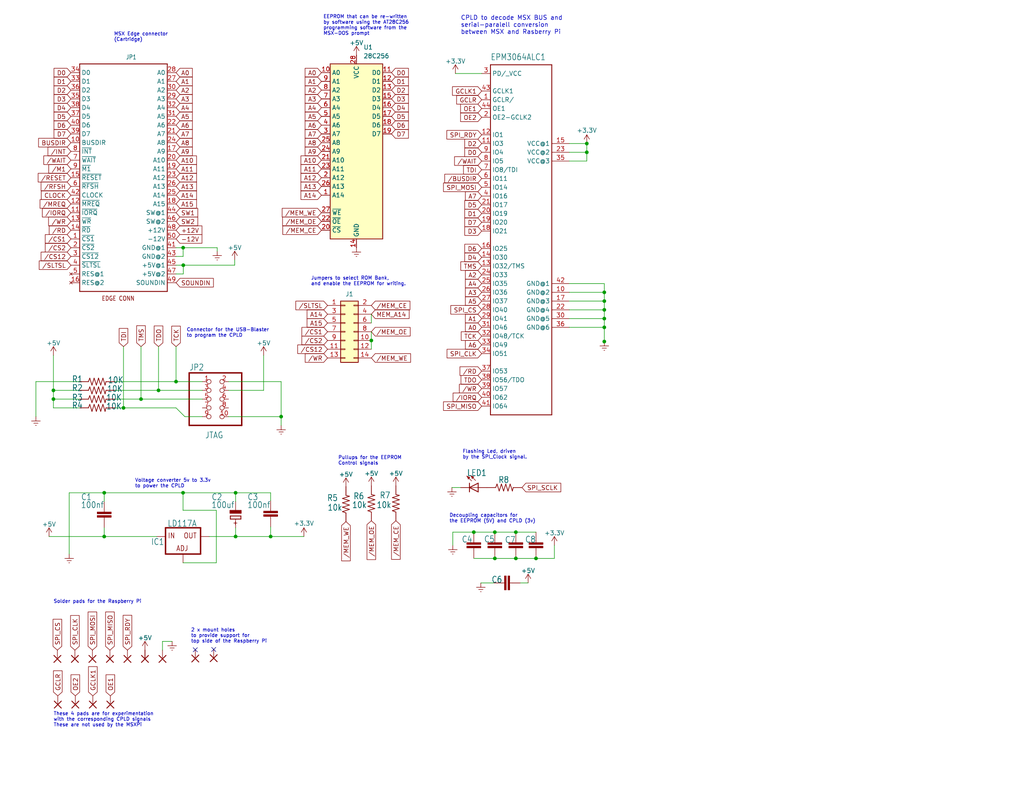
<source format=kicad_sch>
(kicad_sch (version 20211123) (generator eeschema)
  (paper "User" 297.002 231.038)
  (lib_symbols
    (symbol "Connector_Generic:Conn_02x07_Odd_Even" (pin_names (offset 1.016) hide)
      (property "Reference" "J" (at 1.27 10.16 0))
      (property "Value" "Conn_02x07_Odd_Even" (at 1.27 -10.16 0))
      (symbol "Conn_02x07_Odd_Even_1_1"
        (pin passive line (at -5.08 7.62 0) (length 3.81) (name "Pin_1") (number "1"))
        (pin passive line (at 7.62 -2.54 180) (length 3.81) (name "Pin_10") (number "10"))
        (pin passive line (at -5.08 -5.08 0) (length 3.81) (name "Pin_11") (number "11"))
        (pin passive line (at 7.62 -5.08 180) (length 3.81) (name "Pin_12") (number "12"))
        (pin passive line (at -5.08 -7.62 0) (length 3.81) (name "Pin_13") (number "13"))
        (pin passive line (at 7.62 -7.62 180) (length 3.81) (name "Pin_14") (number "14"))
        (pin passive line (at 7.62 7.62 180) (length 3.81) (name "Pin_2") (number "2"))
        (pin passive line (at -5.08 5.08 0) (length 3.81) (name "Pin_3") (number "3"))
        (pin passive line (at 7.62 5.08 180) (length 3.81) (name "Pin_4") (number "4"))
        (pin passive line (at -5.08 2.54 0) (length 3.81) (name "Pin_5") (number "5"))
        (pin passive line (at 7.62 2.54 180) (length 3.81) (name "Pin_6") (number "6"))
        (pin passive line (at -5.08 0 0) (length 3.81) (name "Pin_7") (number "7"))
        (pin passive line (at 7.62 0 180) (length 3.81) (name "Pin_8") (number "8"))
        (pin passive line (at -5.08 -2.54 0) (length 3.81) (name "Pin_9") (number "9"))
      )
    )
    (symbol "Memory_EEPROM:28C256"
      (property "Reference" "U" (at -7.62 26.67 0))
      (property "Value" "28C256" (at 2.54 -26.67 0))
      (symbol "28C256_1_1"
        (pin input line (at -10.16 -12.7 0) (length 2.54) (name "A14") (number "1"))
        (pin input line (at -10.16 22.86 0) (length 2.54) (name "A0") (number "10"))
        (pin tri_state line (at 10.16 22.86 180) (length 2.54) (name "D0") (number "11"))
        (pin tri_state line (at 10.16 20.32 180) (length 2.54) (name "D1") (number "12"))
        (pin tri_state line (at 10.16 17.78 180) (length 2.54) (name "D2") (number "13"))
        (pin power_in line (at 0 -27.94 90) (length 2.54) (name "GND") (number "14"))
        (pin tri_state line (at 10.16 15.24 180) (length 2.54) (name "D3") (number "15"))
        (pin tri_state line (at 10.16 12.7 180) (length 2.54) (name "D4") (number "16"))
        (pin tri_state line (at 10.16 10.16 180) (length 2.54) (name "D5") (number "17"))
        (pin tri_state line (at 10.16 7.62 180) (length 2.54) (name "D6") (number "18"))
        (pin tri_state line (at 10.16 5.08 180) (length 2.54) (name "D7") (number "19"))
        (pin input line (at -10.16 -7.62 0) (length 2.54) (name "A12") (number "2"))
        (pin input line (at -10.16 -22.86 0) (length 2.54) (name "~{CS}") (number "20"))
        (pin input line (at -10.16 -2.54 0) (length 2.54) (name "A10") (number "21"))
        (pin input line (at -10.16 -20.32 0) (length 2.54) (name "~{OE}") (number "22"))
        (pin input line (at -10.16 -5.08 0) (length 2.54) (name "A11") (number "23"))
        (pin input line (at -10.16 0 0) (length 2.54) (name "A9") (number "24"))
        (pin input line (at -10.16 2.54 0) (length 2.54) (name "A8") (number "25"))
        (pin input line (at -10.16 -10.16 0) (length 2.54) (name "A13") (number "26"))
        (pin input line (at -10.16 -17.78 0) (length 2.54) (name "~{WE}") (number "27"))
        (pin power_in line (at 0 27.94 270) (length 2.54) (name "VCC") (number "28"))
        (pin input line (at -10.16 5.08 0) (length 2.54) (name "A7") (number "3"))
        (pin input line (at -10.16 7.62 0) (length 2.54) (name "A6") (number "4"))
        (pin input line (at -10.16 10.16 0) (length 2.54) (name "A5") (number "5"))
        (pin input line (at -10.16 12.7 0) (length 2.54) (name "A4") (number "6"))
        (pin input line (at -10.16 15.24 0) (length 2.54) (name "A3") (number "7"))
        (pin input line (at -10.16 17.78 0) (length 2.54) (name "A2") (number "8"))
        (pin input line (at -10.16 20.32 0) (length 2.54) (name "A1") (number "9"))
      )
    )
    (symbol "msxpi-eagle-import:2,15{slash}1,0"
      (property "Reference" "PAD" (at -1.143 1.8542 0))
      (property "Value" "2,15{slash}1,0" (at -1.143 -3.302 0))
      (symbol "2,15{slash}1,0_1_0"
        (pin passive line (at 2.54 0 180) (length 2.54) (name "P") (number "1"))
      )
    )
    (symbol "msxpi-eagle-import:C2,5-3"
      (property "Reference" "C" (at 1.524 0.381 0))
      (property "Value" "C2,5-3" (at 1.524 -4.699 0))
      (symbol "C2,5-3_1_0"
        (pin passive line (at 0 2.54 270) (length 2.54) (name "1") (number "1"))
        (pin passive line (at 0 -5.08 90) (length 2.54) (name "2") (number "2"))
      )
    )
    (symbol "msxpi-eagle-import:CPOL-EUE2.5-5"
      (property "Reference" "C" (at 1.143 0.4826 0))
      (property "Value" "CPOL-EUE2.5-5" (at 1.143 -4.5974 0))
      (symbol "CPOL-EUE2.5-5_1_0"
        (text "+" (at -0.5842 0.4064 900) (effects (font (size 1.27 1.0795)) (justify left bottom)))
        (pin passive line (at 0 2.54 270) (length 2.54) (name "+") (number "+"))
        (pin passive line (at 0 -5.08 90) (length 2.54) (name "-") (number "-"))
      )
    )
    (symbol "msxpi-eagle-import:EPM3064S44"
      (property "Reference" "IC" (at -10.16 52.07 0))
      (property "Value" "EPM3064S44" (at -10.16 -53.34 0))
      (symbol "EPM3064S44_1_0"
        (pin input line (at -12.7 40.64 0) (length 2.54) (name "GCLR/") (number "1"))
        (pin bidirectional line (at 12.7 -15.24 180) (length 5.08) (name "GND@2") (number "10"))
        (pin bidirectional line (at -12.7 27.94 0) (length 2.54) (name "IO3") (number "11"))
        (pin bidirectional line (at -12.7 30.48 0) (length 2.54) (name "IO1") (number "12"))
        (pin bidirectional line (at -12.7 -7.62 0) (length 2.54) (name "IO32/TMS") (number "13"))
        (pin bidirectional line (at -12.7 -5.08 0) (length 2.54) (name "IO30") (number "14"))
        (pin bidirectional line (at 12.7 27.94 180) (length 5.08) (name "VCC@1") (number "15"))
        (pin bidirectional line (at -12.7 -2.54 0) (length 2.54) (name "IO25") (number "16"))
        (pin bidirectional line (at 12.7 -17.78 180) (length 5.08) (name "GND@3") (number "17"))
        (pin bidirectional line (at -12.7 2.54 0) (length 2.54) (name "IO21") (number "18"))
        (pin bidirectional line (at -12.7 5.08 0) (length 2.54) (name "IO20") (number "19"))
        (pin input line (at -12.7 35.56 0) (length 2.54) (name "OE2-GCLK2") (number "2"))
        (pin bidirectional line (at -12.7 7.62 0) (length 2.54) (name "IO19") (number "20"))
        (pin bidirectional line (at -12.7 10.16 0) (length 2.54) (name "IO17") (number "21"))
        (pin bidirectional line (at 12.7 -20.32 180) (length 5.08) (name "GND@4") (number "22"))
        (pin bidirectional line (at 12.7 25.4 180) (length 5.08) (name "VCC@2") (number "23"))
        (pin bidirectional line (at -12.7 -10.16 0) (length 2.54) (name "IO33") (number "24"))
        (pin bidirectional line (at -12.7 -12.7 0) (length 2.54) (name "IO35") (number "25"))
        (pin bidirectional line (at -12.7 -15.24 0) (length 2.54) (name "IO36") (number "26"))
        (pin bidirectional line (at -12.7 -17.78 0) (length 2.54) (name "IO37") (number "27"))
        (pin bidirectional line (at -12.7 -20.32 0) (length 2.54) (name "IO40") (number "28"))
        (pin bidirectional line (at -12.7 -22.86 0) (length 2.54) (name "IO41") (number "29"))
        (pin passive line (at -12.7 48.26 0) (length 2.54) (name "PD/_VCC") (number "3"))
        (pin bidirectional line (at 12.7 -22.86 180) (length 5.08) (name "GND@5") (number "30"))
        (pin bidirectional line (at -12.7 -25.4 0) (length 2.54) (name "IO46") (number "31"))
        (pin bidirectional line (at -12.7 -27.94 0) (length 2.54) (name "IO48/TCK") (number "32"))
        (pin bidirectional line (at -12.7 -30.48 0) (length 2.54) (name "IO49") (number "33"))
        (pin bidirectional line (at -12.7 -33.02 0) (length 2.54) (name "IO51") (number "34"))
        (pin bidirectional line (at 12.7 22.86 180) (length 5.08) (name "VCC@3") (number "35"))
        (pin bidirectional line (at 12.7 -25.4 180) (length 5.08) (name "GND@6") (number "36"))
        (pin bidirectional line (at -12.7 -38.1 0) (length 2.54) (name "IO53") (number "37"))
        (pin bidirectional line (at -12.7 -40.64 0) (length 2.54) (name "IO56/TDO") (number "38"))
        (pin bidirectional line (at -12.7 -43.18 0) (length 2.54) (name "IO57") (number "39"))
        (pin bidirectional line (at -12.7 12.7 0) (length 2.54) (name "IO16") (number "4"))
        (pin bidirectional line (at -12.7 -45.72 0) (length 2.54) (name "IO62") (number "40"))
        (pin bidirectional line (at -12.7 -48.26 0) (length 2.54) (name "IO64") (number "41"))
        (pin bidirectional line (at 12.7 -12.7 180) (length 5.08) (name "GND@1") (number "42"))
        (pin input line (at -12.7 43.18 0) (length 2.54) (name "GCLK1") (number "43"))
        (pin input line (at -12.7 38.1 0) (length 2.54) (name "OE1") (number "44"))
        (pin bidirectional line (at -12.7 15.24 0) (length 2.54) (name "IO14") (number "5"))
        (pin bidirectional line (at -12.7 17.78 0) (length 2.54) (name "IO11") (number "6"))
        (pin bidirectional line (at -12.7 20.32 0) (length 2.54) (name "IO8/TDI") (number "7"))
        (pin bidirectional line (at -12.7 22.86 0) (length 2.54) (name "IO5") (number "8"))
        (pin bidirectional line (at -12.7 25.4 0) (length 2.54) (name "IO4") (number "9"))
      )
    )
    (symbol "msxpi-eagle-import:LD117A?V"
      (property "Reference" "IC" (at 2.54 -7.62 0))
      (property "Value" "LD117A?V" (at 2.54 -10.16 0))
      (symbol "LD117A?V_1_0"
        (text "ADJ" (at -2.032 -4.318 0) (effects (font (size 1.524 1.2954)) (justify left bottom)))
        (text "IN" (at -4.445 -0.635 0) (effects (font (size 1.524 1.2954)) (justify left bottom)))
        (text "OUT" (at 0.127 -0.635 0) (effects (font (size 1.524 1.2954)) (justify left bottom)))
        (pin input line (at 0 -7.62 90) (length 2.54) (name "ADJ") (number "1"))
        (pin passive line (at 7.62 0 180) (length 2.54) (name "OUT") (number "2"))
        (pin input line (at -7.62 0 0) (length 2.54) (name "IN") (number "3"))
      )
    )
    (symbol "msxpi-eagle-import:LED3MM"
      (property "Reference" "LED" (at 3.556 -4.572 90))
      (property "Value" "LED3MM" (at 5.715 -4.572 90))
      (symbol "LED3MM_1_0"
        (pin passive line (at 0 2.54 270) (length 2.54) (name "A") (number "A"))
        (pin passive line (at 0 -5.08 90) (length 2.54) (name "C") (number "K"))
      )
    )
    (symbol "msxpi-eagle-import:MSXCART1"
      (property "Reference" "JP" (at -3.81 34.29 0))
      (symbol "MSXCART1_1_0"
        (text "EDGE CONN" (at 6.35 -34.29 0) (effects (font (size 1.27 1.0795)) (justify right top)))
        (pin output line (at 15.24 -17.78 180) (length 2.54) (name "~{CS1}") (number "1"))
        (pin input line (at 15.24 10.16 180) (length 2.54) (name "BUSDIR") (number "10"))
        (pin output line (at 15.24 -10.16 180) (length 2.54) (name "~{IORQ}") (number "11"))
        (pin output line (at 15.24 -7.62 180) (length 2.54) (name "~{MREQ}") (number "12"))
        (pin output line (at 15.24 -12.7 180) (length 2.54) (name "~{WR}") (number "13"))
        (pin output line (at 15.24 -15.24 180) (length 2.54) (name "~{RD}") (number "14"))
        (pin output line (at 15.24 0 180) (length 2.54) (name "~{RESET}") (number "15"))
        (pin no_connect line (at 15.24 -30.48 180) (length 2.54) (name "RES@2") (number "16"))
        (pin output line (at -15.24 7.62 0) (length 2.54) (name "A9") (number "17"))
        (pin output line (at -15.24 -7.62 0) (length 2.54) (name "A15") (number "18"))
        (pin output line (at -15.24 2.54 0) (length 2.54) (name "A11") (number "19"))
        (pin output line (at 15.24 -20.32 180) (length 2.54) (name "~{CS2}") (number "2"))
        (pin output line (at -15.24 5.08 0) (length 2.54) (name "A10") (number "20"))
        (pin output line (at -15.24 12.7 0) (length 2.54) (name "A7") (number "21"))
        (pin output line (at -15.24 15.24 0) (length 2.54) (name "A6") (number "22"))
        (pin output line (at -15.24 0 0) (length 2.54) (name "A12") (number "23"))
        (pin output line (at -15.24 10.16 0) (length 2.54) (name "A8") (number "24"))
        (pin output line (at -15.24 -5.08 0) (length 2.54) (name "A14") (number "25"))
        (pin output line (at -15.24 -2.54 0) (length 2.54) (name "A13") (number "26"))
        (pin output line (at -15.24 27.94 0) (length 2.54) (name "A1") (number "27"))
        (pin output line (at -15.24 30.48 0) (length 2.54) (name "A0") (number "28"))
        (pin output line (at -15.24 22.86 0) (length 2.54) (name "A3") (number "29"))
        (pin output line (at 15.24 -22.86 180) (length 2.54) (name "~{CS12}") (number "3"))
        (pin output line (at -15.24 25.4 0) (length 2.54) (name "A2") (number "30"))
        (pin output line (at -15.24 17.78 0) (length 2.54) (name "A5") (number "31"))
        (pin output line (at -15.24 20.32 0) (length 2.54) (name "A4") (number "32"))
        (pin bidirectional line (at 15.24 27.94 180) (length 2.54) (name "D1") (number "33"))
        (pin bidirectional line (at 15.24 30.48 180) (length 2.54) (name "D0") (number "34"))
        (pin bidirectional line (at 15.24 22.86 180) (length 2.54) (name "D3") (number "35"))
        (pin bidirectional line (at 15.24 25.4 180) (length 2.54) (name "D2") (number "36"))
        (pin bidirectional line (at 15.24 17.78 180) (length 2.54) (name "D5") (number "37"))
        (pin bidirectional line (at 15.24 20.32 180) (length 2.54) (name "D4") (number "38"))
        (pin bidirectional line (at 15.24 12.7 180) (length 2.54) (name "D7") (number "39"))
        (pin output line (at 15.24 -25.4 180) (length 2.54) (name "~{SLTSL}") (number "4"))
        (pin bidirectional line (at 15.24 15.24 180) (length 2.54) (name "D6") (number "40"))
        (pin power_in line (at -15.24 -20.32 0) (length 2.54) (name "GND@1") (number "41"))
        (pin output line (at 15.24 -5.08 180) (length 2.54) (name "CLOCK") (number "42"))
        (pin power_in line (at -15.24 -22.86 0) (length 2.54) (name "GND@2") (number "43"))
        (pin passive line (at -15.24 -10.16 0) (length 2.54) (name "SW@1") (number "44"))
        (pin power_in line (at -15.24 -25.4 0) (length 2.54) (name "+5V@1") (number "45"))
        (pin passive line (at -15.24 -12.7 0) (length 2.54) (name "SW@2") (number "46"))
        (pin power_in line (at -15.24 -27.94 0) (length 2.54) (name "+5V@2") (number "47"))
        (pin power_in line (at -15.24 -15.24 0) (length 2.54) (name "+12V") (number "48"))
        (pin passive line (at -15.24 -30.48 0) (length 2.54) (name "SOUNDIN") (number "49"))
        (pin no_connect line (at 15.24 -27.94 180) (length 2.54) (name "RES@1") (number "5"))
        (pin power_in line (at -15.24 -17.78 0) (length 2.54) (name "-12V") (number "50"))
        (pin output line (at 15.24 -2.54 180) (length 2.54) (name "~{RFSH}") (number "6"))
        (pin open_collector line (at 15.24 5.08 180) (length 2.54) (name "~{WAIT}") (number "7"))
        (pin open_collector line (at 15.24 7.62 180) (length 2.54) (name "~{INT}") (number "8"))
        (pin output line (at 15.24 2.54 180) (length 2.54) (name "~{M1}") (number "9"))
      )
    )
    (symbol "msxpi-eagle-import:PINHD-2X5{slash}90"
      (property "Reference" "JP" (at -6.35 8.255 0))
      (property "Value" "PINHD-2X5{slash}90" (at -6.35 -10.16 0))
      (symbol "PINHD-2X5{slash}90_1_0"
        (pin passive inverted (at -2.54 5.08 0) (length 2.54) (name "1") (number "1"))
        (pin passive inverted (at 5.08 -5.08 180) (length 2.54) (name "10") (number "10"))
        (pin passive inverted (at 5.08 5.08 180) (length 2.54) (name "2") (number "2"))
        (pin passive inverted (at -2.54 2.54 0) (length 2.54) (name "3") (number "3"))
        (pin passive inverted (at 5.08 2.54 180) (length 2.54) (name "4") (number "4"))
        (pin passive inverted (at -2.54 0 0) (length 2.54) (name "5") (number "5"))
        (pin passive inverted (at 5.08 0 180) (length 2.54) (name "6") (number "6"))
        (pin passive inverted (at -2.54 -2.54 0) (length 2.54) (name "7") (number "7"))
        (pin passive inverted (at 5.08 -2.54 180) (length 2.54) (name "8") (number "8"))
        (pin passive inverted (at -2.54 -5.08 0) (length 2.54) (name "9") (number "9"))
      )
    )
    (symbol "msxpi-eagle-import:R-US_0207{slash}7"
      (property "Reference" "R" (at -3.81 1.4986 0))
      (property "Value" "R-US_0207{slash}7" (at -3.81 -3.302 0))
      (symbol "R-US_0207{slash}7_1_0"
        (pin passive line (at -5.08 0 0) (length 2.54) (name "1") (number "1"))
        (pin passive line (at 5.08 0 180) (length 2.54) (name "2") (number "2"))
      )
    )
    (symbol "power:+3.3V" (power) (pin_names (offset 0))
      (property "Value" "+3.3V" (at 0 3.556 0))
      (symbol "+3.3V_1_1"
        (pin power_in line (at 0 0 90) (length 0) hide (name "+3.3V") (number "1"))
      )
    )
    (symbol "power:+5V" (power) (pin_names (offset 0))
      (property "Value" "+5V" (at 0 3.556 0))
      (symbol "+5V_1_1"
        (pin power_in line (at 0 0 90) (length 0) hide (name "+5V") (number "1"))
      )
    )
    (symbol "power:GNDREF" (power) (pin_names (offset 0))
      (property "Value" "GNDREF" (at 0 -3.81 0))
      (symbol "GNDREF_1_1"
        (pin power_in line (at 0 0 270) (length 0) hide (name "GNDREF") (number "1"))
      )
    )
  )
  (junction (at 53.1549 76.962))
  (junction (at 53.1098 71.882))
  (junction (at 35.814 118.364))
  (junction (at 175.26 92.456))
  (junction (at 149.606 154.432))
  (junction (at 175.2599 99.1182))
  (junction (at 78.486 155.702))
  (junction (at 40.894 115.824))
  (junction (at 170.18 44.196))
  (junction (at 68.326 143.002))
  (junction (at 143.51 154.432))
  (junction (at 30.226 155.702))
  (junction (at 175.26 84.836))
  (junction (at 143.51 162.052))
  (junction (at 175.26 87.376))
  (junction (at 81.534 120.904))
  (junction (at 15.494 113.284))
  (junction (at 15.494 115.824))
  (junction (at 170.18 41.656))
  (junction (at 137.414 154.432))
  (junction (at 51.054 110.744))
  (junction (at 45.974 113.284))
  (junction (at 107.696 98.806))
  (junction (at 149.606 162.052))
  (junction (at 175.26 89.916))
  (junction (at 68.326 155.702))
  (junction (at 30.226 143.002))
  (junction (at 53.086 143.002))
  (junction (at 175.26 94.996))
  (junction (at 155.448 162.052))
  (no_connect (at 56.634 188.557))
  (no_connect (at 61.976 188.468))
  (wire (pts (xy 53.1549 76.962) (xy 68.072 76.962)))
  (wire (pts (xy 20.066 143.002) (xy 20.066 160.782)))
  (wire (pts (xy 15.494 118.364) (xy 15.494 115.824)))
  (wire (pts (xy 62.738 163.322) (xy 53.086 163.322)))
  (wire (pts (xy 66.294 120.904) (xy 81.534 120.904)))
  (wire (pts (xy 175.26 94.996) (xy 175.26 99.1182)))
  (wire (pts (xy 107.696 98.806) (xy 107.696 101.346)))
  (wire (pts (xy 68.326 145.542) (xy 68.326 143.002)))
  (wire (pts (xy 23.114 115.824) (xy 15.494 115.824)))
  (wire (pts (xy 165.1 84.836) (xy 175.26 84.836)))
  (wire (pts (xy 66.294 113.284) (xy 76.454 113.284)))
  (wire (pts (xy 51.054 118.364) (xy 35.814 118.364)))
  (wire (pts (xy 53.086 143.002) (xy 53.086 148.082)))
  (wire (pts (xy 68.326 155.702) (xy 78.486 155.702)))
  (wire (pts (xy 51.054 74.422) (xy 53.1098 74.422)))
  (wire (pts (xy 47.1229 188.6723) (xy 47.1229 186.1323)))
  (wire (pts (xy 143.51 162.052) (xy 149.606 162.052)))
  (wire (pts (xy 165.1 94.996) (xy 175.26 94.996)))
  (wire (pts (xy 133.604 141.478) (xy 131.064 141.478)))
  (wire (pts (xy 30.226 145.542) (xy 30.226 143.002)))
  (wire (pts (xy 165.1 89.916) (xy 175.26 89.916)))
  (wire (pts (xy 51.054 110.744) (xy 33.274 110.744)))
  (wire (pts (xy 40.894 115.824) (xy 40.894 100.584)))
  (wire (pts (xy 81.534 110.744) (xy 81.534 120.904)))
  (wire (pts (xy 149.606 162.052) (xy 155.448 162.052)))
  (wire (pts (xy 15.494 115.824) (xy 15.494 113.284)))
  (wire (pts (xy 30.226 153.162) (xy 30.226 155.702)))
  (wire (pts (xy 107.696 91.186) (xy 107.696 93.726)))
  (wire (pts (xy 35.814 118.364) (xy 33.274 118.364)))
  (wire (pts (xy 23.114 113.284) (xy 15.494 113.284)))
  (wire (pts (xy 78.486 145.288) (xy 78.486 143.002)))
  (wire (pts (xy 68.072 76.962) (xy 68.072 75.438)))
  (wire (pts (xy 40.894 115.824) (xy 33.274 115.824)))
  (wire (pts (xy 53.1098 71.882) (xy 62.992 71.882)))
  (wire (pts (xy 81.534 120.904) (xy 81.534 123.444)))
  (wire (pts (xy 175.26 82.296) (xy 175.26 84.836)))
  (wire (pts (xy 45.974 113.284) (xy 33.274 113.284)))
  (wire (pts (xy 76.454 113.284) (xy 76.454 103.124)))
  (wire (pts (xy 10.414 110.744) (xy 10.414 120.904)))
  (wire (pts (xy 62.992 71.882) (xy 62.992 72.898)))
  (wire (pts (xy 60.706 155.702) (xy 68.326 155.702)))
  (wire (pts (xy 149.606 154.432) (xy 155.448 154.432)))
  (wire (pts (xy 23.114 118.364) (xy 15.494 118.364)))
  (wire (pts (xy 78.486 152.908) (xy 78.486 155.702)))
  (wire (pts (xy 53.1549 79.502) (xy 53.1549 76.962)))
  (wire (pts (xy 45.974 113.284) (xy 45.974 100.584)))
  (wire (pts (xy 51.054 110.744) (xy 51.054 100.584)))
  (wire (pts (xy 131.318 158.242) (xy 131.318 154.432)))
  (wire (pts (xy 78.486 155.702) (xy 88.138 155.702)))
  (wire (pts (xy 139.7 21.336) (xy 132.08 21.336)))
  (wire (pts (xy 51.054 71.882) (xy 53.1098 71.882)))
  (wire (pts (xy 30.226 155.702) (xy 45.466 155.702)))
  (wire (pts (xy 51.054 79.502) (xy 53.1549 79.502)))
  (wire (pts (xy 58.674 115.824) (xy 40.894 115.824)))
  (wire (pts (xy 165.1 44.196) (xy 170.18 44.196)))
  (wire (pts (xy 62.738 148.082) (xy 62.738 163.322)))
  (wire (pts (xy 160.782 162.052) (xy 160.782 158.242)))
  (wire (pts (xy 143.51 154.432) (xy 149.606 154.432)))
  (wire (pts (xy 68.326 143.002) (xy 53.086 143.002)))
  (wire (pts (xy 155.448 162.052) (xy 160.782 162.052)))
  (wire (pts (xy 53.1098 74.422) (xy 53.1098 71.882)))
  (wire (pts (xy 58.674 120.904) (xy 53.594 120.904)))
  (wire (pts (xy 35.814 118.364) (xy 35.814 100.584)))
  (wire (pts (xy 51.054 76.962) (xy 53.1549 76.962)))
  (wire (pts (xy 68.326 153.162) (xy 68.326 155.702)))
  (wire (pts (xy 53.086 148.082) (xy 62.738 148.082)))
  (wire (pts (xy 170.18 41.656) (xy 165.1 41.656)))
  (wire (pts (xy 66.294 110.744) (xy 81.534 110.744)))
  (wire (pts (xy 175.26 92.456) (xy 175.26 94.996)))
  (wire (pts (xy 14.224 155.702) (xy 30.226 155.702)))
  (wire (pts (xy 58.674 110.744) (xy 51.054 110.744)))
  (wire (pts (xy 170.18 46.736) (xy 170.18 44.196)))
  (wire (pts (xy 15.494 113.284) (xy 15.494 103.124)))
  (wire (pts (xy 30.226 143.002) (xy 53.086 143.002)))
  (wire (pts (xy 165.1 92.456) (xy 175.26 92.456)))
  (wire (pts (xy 165.1 82.296) (xy 175.26 82.296)))
  (wire (pts (xy 165.1 87.376) (xy 175.26 87.376)))
  (wire (pts (xy 107.696 96.266) (xy 107.696 98.806)))
  (wire (pts (xy 175.26 89.916) (xy 175.26 92.456)))
  (wire (pts (xy 150.876 169.164) (xy 153.162 169.164)))
  (wire (pts (xy 139.446 169.164) (xy 143.256 169.164)))
  (wire (pts (xy 175.26 87.376) (xy 175.26 89.916)))
  (wire (pts (xy 175.26 99.1182) (xy 175.2599 99.1182)))
  (wire (pts (xy 165.1 46.736) (xy 170.18 46.736)))
  (wire (pts (xy 78.486 143.002) (xy 68.326 143.002)))
  (wire (pts (xy 137.414 162.052) (xy 143.51 162.052)))
  (wire (pts (xy 23.114 110.744) (xy 10.414 110.744)))
  (wire (pts (xy 170.18 44.196) (xy 170.18 41.656)))
  (wire (pts (xy 53.594 120.904) (xy 51.054 118.364)))
  (wire (pts (xy 30.226 143.002) (xy 20.066 143.002)))
  (wire (pts (xy 47.1229 186.1323) (xy 49.9169 186.1323)))
  (wire (pts (xy 58.674 113.284) (xy 45.974 113.284)))
  (wire (pts (xy 131.318 154.432) (xy 137.414 154.432)))
  (wire (pts (xy 175.26 84.836) (xy 175.26 87.376)))
  (wire (pts (xy 137.414 154.432) (xy 143.51 154.432)))
  (text "Decoupling capacitors for\nthe EEPROM (5V) and CPLD (3v)" (at 130.302 151.892 0) (effects (font (size 1 1)) (justify left bottom)))
  (text "These 4 pads are for experimentation\nwith the corresponding CPLD signals\nThese are not used by the MSXPi" (at 15.494 211.074 0) (effects (font (size 1 1)) (justify left bottom)))
  (text "Flashing Led, driven \nby the SPI_Clock signal." (at 134.112 133.35 0) (effects (font (size 1 1)) (justify left bottom)))
  (text "Jumpers to select ROM Bank,\nand enable the EEPROM for writing." (at 90.17 83.058 0) (effects (font (size 1 1)) (justify left bottom)))
  (text "EEPROM that can be re-written \nby software using the AT28C256 \nprogramming software from the \nMSX-DOS prompt" (at 93.726 10.414 0) (effects (font (size 1 1)) (justify left bottom)))
  (text "Pullups for the EEPROM\nControl signals" (at 98.044 135.128 0) (effects (font (size 1 1)) (justify left bottom)))
  (text "Solder pads for the Raspberry Pi" (at 15.494 175.26 0) (effects (font (size 1 1)) (justify left bottom)))
  (text "MSX Edge connector\n(Cartridge)" (at 33.02 12.192 0) (effects (font (size 1 1)) (justify left bottom)))
  (text "2 x mount holes\nto provide support for\ntop side of the Raspberry Pi" (at 55.364 186.779 0) (effects (font (size 1 1)) (justify left bottom)))
  (text "Connector for the USB-Blaster\nto program the CPLD" (at 54.102 98.044 0) (effects (font (size 1 1)) (justify left bottom)))
  (text "Voltage converter 5v to 3.3v\nto power the CPLD" (at 39.116 141.732 0) (effects (font (size 1 1)) (justify left bottom)))
  (text "CPLD to decode MSX BUS and\nserial-paralell conversion\nbetween MSX and Rasberry Pi" (at 133.604 10.16 0) (effects (font (size 1.27 1.27)) (justify left bottom)))
  (global_label "SPI_CS" (shape input) (at 139.7 89.916 180) (property "Intersheet References" "${INTERSHEET_REFS}" (effects hide)))
  (global_label "TMS" (shape input) (at 139.7 77.216 180) (property "Intersheet References" "${INTERSHEET_REFS}" (effects hide)))
  (global_label "A11" (shape input) (at 51.054 49.022 0) (property "Intersheet References" "${INTERSHEET_REFS}" (effects hide)))
  (global_label "D6" (shape input) (at 139.7 72.136 180) (property "Intersheet References" "${INTERSHEET_REFS}" (effects hide)))
  (global_label "OE1" (shape input) (at 32.004 201.93 90) (property "Intersheet References" "${INTERSHEET_REFS}" (effects hide)))
  (global_label "{slash}RD" (shape input) (at 139.7 107.696 180) (property "Intersheet References" "${INTERSHEET_REFS}" (effects hide)))
  (global_label "GCLK1" (shape input) (at 26.924 201.93 90) (property "Intersheet References" "${INTERSHEET_REFS}" (effects hide)))
  (global_label "A6" (shape input) (at 51.054 36.322 0) (property "Intersheet References" "${INTERSHEET_REFS}" (effects hide)))
  (global_label "D5" (shape input) (at 113.538 33.782 0) (property "Intersheet References" "${INTERSHEET_REFS}" (effects hide)))
  (global_label "D4" (shape input) (at 113.538 31.242 0) (property "Intersheet References" "${INTERSHEET_REFS}" (effects hide)))
  (global_label "{slash}CS1" (shape input) (at 20.574 69.342 180) (property "Intersheet References" "${INTERSHEET_REFS}" (effects hide)))
  (global_label "A0" (shape input) (at 139.7 94.996 180) (property "Intersheet References" "${INTERSHEET_REFS}" (effects hide)))
  (global_label "A2" (shape input) (at 139.7 79.756 180) (property "Intersheet References" "${INTERSHEET_REFS}" (effects hide)))
  (global_label "A8" (shape input) (at 93.218 41.402 180) (property "Intersheet References" "${INTERSHEET_REFS}" (effects hide)))
  (global_label "{slash}WR" (shape input) (at 139.7 112.776 180) (property "Intersheet References" "${INTERSHEET_REFS}" (effects hide)))
  (global_label "D3" (shape input) (at 20.574 28.702 180) (property "Intersheet References" "${INTERSHEET_REFS}" (effects hide)))
  (global_label "A7" (shape input) (at 93.218 38.862 180) (property "Intersheet References" "${INTERSHEET_REFS}" (effects hide)))
  (global_label "D3" (shape input) (at 139.7 67.056 180) (property "Intersheet References" "${INTERSHEET_REFS}" (effects hide)))
  (global_label "D1" (shape input) (at 20.574 23.622 180) (property "Intersheet References" "${INTERSHEET_REFS}" (effects hide)))
  (global_label "SPI_MISO" (shape input) (at 139.7 117.856 180) (property "Intersheet References" "${INTERSHEET_REFS}" (effects hide)))
  (global_label "TDO" (shape input) (at 45.974 100.584 90) (property "Intersheet References" "${INTERSHEET_REFS}" (effects hide)))
  (global_label "SPI_CS" (shape input) (at 16.6429 188.6723 90) (property "Intersheet References" "${INTERSHEET_REFS}" (effects hide)))
  (global_label "D2" (shape input) (at 139.7 41.656 180) (property "Intersheet References" "${INTERSHEET_REFS}" (effects hide)))
  (global_label "A10" (shape input) (at 51.054 46.482 0) (property "Intersheet References" "${INTERSHEET_REFS}" (effects hide)))
  (global_label "{slash}RD" (shape input) (at 20.574 66.802 180) (property "Intersheet References" "${INTERSHEET_REFS}" (effects hide)))
  (global_label "{slash}BUSDIR" (shape input) (at 139.7 51.816 180) (property "Intersheet References" "${INTERSHEET_REFS}" (effects hide)))
  (global_label "{slash}MEM_OE" (shape input) (at 107.696 96.266 0) (property "Intersheet References" "${INTERSHEET_REFS}" (effects hide)))
  (global_label "A14" (shape input) (at 51.054 56.642 0) (property "Intersheet References" "${INTERSHEET_REFS}" (effects hide)))
  (global_label "{slash}WR" (shape input) (at 20.574 64.262 180) (property "Intersheet References" "${INTERSHEET_REFS}" (effects hide)))
  (global_label "A9" (shape input) (at 51.054 43.942 0) (property "Intersheet References" "${INTERSHEET_REFS}" (effects hide)))
  (global_label "D4" (shape input) (at 139.7 74.676 180) (property "Intersheet References" "${INTERSHEET_REFS}" (effects hide)))
  (global_label "A0" (shape input) (at 93.218 21.082 180) (property "Intersheet References" "${INTERSHEET_REFS}" (effects hide)))
  (global_label "A12" (shape input) (at 51.054 51.562 0) (property "Intersheet References" "${INTERSHEET_REFS}" (effects hide)))
  (global_label "{slash}RESET" (shape input) (at 20.574 51.562 180) (property "Intersheet References" "${INTERSHEET_REFS}" (effects hide)))
  (global_label "D7" (shape input) (at 113.538 38.862 0) (property "Intersheet References" "${INTERSHEET_REFS}" (effects hide)))
  (global_label "A1" (shape input) (at 93.218 23.622 180) (property "Intersheet References" "${INTERSHEET_REFS}" (effects hide)))
  (global_label "TDI" (shape input) (at 139.7 49.276 180) (property "Intersheet References" "${INTERSHEET_REFS}" (effects hide)))
  (global_label "D3" (shape input) (at 113.538 28.702 0) (property "Intersheet References" "${INTERSHEET_REFS}" (effects hide)))
  (global_label "SPI_CLK" (shape input) (at 21.7229 188.6723 90) (property "Intersheet References" "${INTERSHEET_REFS}" (effects hide)))
  (global_label "{slash}CS2" (shape input) (at 20.574 71.882 180) (property "Intersheet References" "${INTERSHEET_REFS}" (effects hide)))
  (global_label "A7" (shape input) (at 139.7 56.896 180) (property "Intersheet References" "${INTERSHEET_REFS}" (effects hide)))
  (global_label "TDI" (shape input) (at 35.814 100.584 90) (property "Intersheet References" "${INTERSHEET_REFS}" (effects hide)))
  (global_label "OE2" (shape input) (at 139.7 34.036 180) (property "Intersheet References" "${INTERSHEET_REFS}" (effects hide)))
  (global_label "A3" (shape input) (at 93.218 28.702 180) (property "Intersheet References" "${INTERSHEET_REFS}" (effects hide)))
  (global_label "OE1" (shape input) (at 139.7 31.496 180) (property "Intersheet References" "${INTERSHEET_REFS}" (effects hide)))
  (global_label "A8" (shape input) (at 51.054 41.402 0) (property "Intersheet References" "${INTERSHEET_REFS}" (effects hide)))
  (global_label "A0" (shape input) (at 51.054 21.082 0) (property "Intersheet References" "${INTERSHEET_REFS}" (effects hide)))
  (global_label "TCK" (shape input) (at 139.7 97.536 180) (property "Intersheet References" "${INTERSHEET_REFS}" (effects hide)))
  (global_label "SOUNDIN" (shape input) (at 51.054 82.042 0) (property "Intersheet References" "${INTERSHEET_REFS}" (effects hide)))
  (global_label "{slash}WAIT" (shape input) (at 139.7 46.736 180) (property "Intersheet References" "${INTERSHEET_REFS}" (effects hide)))
  (global_label "D7" (shape input) (at 139.7 64.516 180) (property "Intersheet References" "${INTERSHEET_REFS}" (effects hide)))
  (global_label "A2" (shape input) (at 93.218 26.162 180) (property "Intersheet References" "${INTERSHEET_REFS}" (effects hide)))
  (global_label "D1" (shape input) (at 139.7 61.976 180) (property "Intersheet References" "${INTERSHEET_REFS}" (effects hide)))
  (global_label "GCLR" (shape input) (at 16.764 201.93 90) (property "Intersheet References" "${INTERSHEET_REFS}" (effects hide)))
  (global_label "A13" (shape input) (at 93.218 54.102 180) (property "Intersheet References" "${INTERSHEET_REFS}" (effects hide)))
  (global_label "A1" (shape input) (at 139.7 92.456 180) (property "Intersheet References" "${INTERSHEET_REFS}" (effects hide)))
  (global_label "A7" (shape input) (at 51.054 38.862 0) (property "Intersheet References" "${INTERSHEET_REFS}" (effects hide)))
  (global_label "SPI_SCLK" (shape input) (at 151.384 141.478 0) (property "Intersheet References" "${INTERSHEET_REFS}" (effects hide)))
  (global_label "SPI_RDY" (shape input) (at 36.9629 188.6723 90) (property "Intersheet References" "${INTERSHEET_REFS}" (effects hide)))
  (global_label "D4" (shape input) (at 20.574 31.242 180) (property "Intersheet References" "${INTERSHEET_REFS}" (effects hide)))
  (global_label "D5" (shape input) (at 20.574 33.782 180) (property "Intersheet References" "${INTERSHEET_REFS}" (effects hide)))
  (global_label "{slash}MEM_CE" (shape input) (at 93.218 66.802 180) (property "Intersheet References" "${INTERSHEET_REFS}" (effects hide)))
  (global_label "SPI_MISO" (shape input) (at 31.8829 188.6723 90) (property "Intersheet References" "${INTERSHEET_REFS}" (effects hide)))
  (global_label "GCLK1" (shape input) (at 139.7 26.416 180) (property "Intersheet References" "${INTERSHEET_REFS}" (effects hide)))
  (global_label "SPI_CLK" (shape input) (at 139.7 102.616 180) (property "Intersheet References" "${INTERSHEET_REFS}" (effects hide)))
  (global_label "A10" (shape input) (at 93.218 46.482 180) (property "Intersheet References" "${INTERSHEET_REFS}" (effects hide)))
  (global_label "CLOCK" (shape input) (at 20.574 56.642 180) (property "Intersheet References" "${INTERSHEET_REFS}" (effects hide)))
  (global_label "BUSDIR" (shape input) (at 20.574 41.402 180) (property "Intersheet References" "${INTERSHEET_REFS}" (effects hide)))
  (global_label "{slash}MEM_WE" (shape input) (at 100.33 151.384 270) (property "Intersheet References" "${INTERSHEET_REFS}" (effects hide)))
  (global_label "+12V" (shape input) (at 51.054 66.802 0) (property "Intersheet References" "${INTERSHEET_REFS}" (effects hide)))
  (global_label "SPI_MOSI" (shape input) (at 139.7 54.356 180) (property "Intersheet References" "${INTERSHEET_REFS}" (effects hide)))
  (global_label "{slash}CS1" (shape input) (at 94.996 96.266 180) (property "Intersheet References" "${INTERSHEET_REFS}" (effects hide)))
  (global_label "A5" (shape input) (at 93.218 33.782 180) (property "Intersheet References" "${INTERSHEET_REFS}" (effects hide)))
  (global_label "{slash}MEM_WE" (shape input) (at 107.696 103.886 0) (property "Intersheet References" "${INTERSHEET_REFS}" (effects hide)))
  (global_label "SPI_RDY" (shape input) (at 139.7 39.116 180) (property "Intersheet References" "${INTERSHEET_REFS}" (effects hide)))
  (global_label "D2" (shape input) (at 113.538 26.162 0) (property "Intersheet References" "${INTERSHEET_REFS}" (effects hide)))
  (global_label "TCK" (shape input) (at 51.054 100.584 90) (property "Intersheet References" "${INTERSHEET_REFS}" (effects hide)))
  (global_label "A4" (shape input) (at 51.054 31.242 0) (property "Intersheet References" "${INTERSHEET_REFS}" (effects hide)))
  (global_label "D0" (shape input) (at 20.574 21.082 180) (property "Intersheet References" "${INTERSHEET_REFS}" (effects hide)))
  (global_label "A15" (shape input) (at 51.054 59.182 0) (property "Intersheet References" "${INTERSHEET_REFS}" (effects hide)))
  (global_label "{slash}MEM_OE" (shape input) (at 107.696 151.13 270) (property "Intersheet References" "${INTERSHEET_REFS}" (effects hide)))
  (global_label "{slash}CS2" (shape input) (at 94.996 98.806 180) (property "Intersheet References" "${INTERSHEET_REFS}" (effects hide)))
  (global_label "{slash}RFSH" (shape input) (at 20.574 54.102 180) (property "Intersheet References" "${INTERSHEET_REFS}" (effects hide)))
  (global_label "GCLR" (shape input) (at 139.7 28.956 180) (property "Intersheet References" "${INTERSHEET_REFS}" (effects hide)))
  (global_label "A14" (shape input) (at 93.218 56.642 180) (property "Intersheet References" "${INTERSHEET_REFS}" (effects hide)))
  (global_label "{slash}INT" (shape input) (at 20.574 43.942 180) (property "Intersheet References" "${INTERSHEET_REFS}" (effects hide)))
  (global_label "OE2" (shape input) (at 21.844 201.93 90) (property "Intersheet References" "${INTERSHEET_REFS}" (effects hide)))
  (global_label "TDO" (shape input) (at 139.7 110.236 180) (property "Intersheet References" "${INTERSHEET_REFS}" (effects hide)))
  (global_label "{slash}MEM_CE" (shape input) (at 114.808 151.13 270) (property "Intersheet References" "${INTERSHEET_REFS}" (effects hide)))
  (global_label "A5" (shape input) (at 51.054 33.782 0) (property "Intersheet References" "${INTERSHEET_REFS}" (effects hide)))
  (global_label "{slash}SLTSL" (shape input) (at 20.574 76.962 180) (property "Intersheet References" "${INTERSHEET_REFS}" (effects hide)))
  (global_label "{slash}WAIT" (shape input) (at 20.574 46.482 180) (property "Intersheet References" "${INTERSHEET_REFS}" (effects hide)))
  (global_label "{slash}MEM_OE" (shape input) (at 93.218 64.262 180) (property "Intersheet References" "${INTERSHEET_REFS}" (effects hide)))
  (global_label "MEM_A14" (shape input) (at 107.696 91.186 0) (property "Intersheet References" "${INTERSHEET_REFS}" (effects hide)))
  (global_label "A4" (shape input) (at 139.7 82.296 180) (property "Intersheet References" "${INTERSHEET_REFS}" (effects hide)))
  (global_label "A6" (shape input) (at 139.7 100.076 180) (property "Intersheet References" "${INTERSHEET_REFS}" (effects hide)))
  (global_label "D6" (shape input) (at 20.574 36.322 180) (property "Intersheet References" "${INTERSHEET_REFS}" (effects hide)))
  (global_label "D1" (shape input) (at 113.538 23.622 0) (property "Intersheet References" "${INTERSHEET_REFS}" (effects hide)))
  (global_label "A1" (shape input) (at 51.054 23.622 0) (property "Intersheet References" "${INTERSHEET_REFS}" (effects hide)))
  (global_label "A13" (shape input) (at 51.054 54.102 0) (property "Intersheet References" "${INTERSHEET_REFS}" (effects hide)))
  (global_label "A15" (shape input) (at 94.996 93.726 180) (property "Intersheet References" "${INTERSHEET_REFS}" (effects hide)))
  (global_label "A11" (shape input) (at 93.218 49.022 180) (property "Intersheet References" "${INTERSHEET_REFS}" (effects hide)))
  (global_label "D0" (shape input) (at 113.538 21.082 0) (property "Intersheet References" "${INTERSHEET_REFS}" (effects hide)))
  (global_label "{slash}IORQ" (shape input) (at 139.7 115.316 180) (property "Intersheet References" "${INTERSHEET_REFS}" (effects hide)))
  (global_label "D2" (shape input) (at 20.574 26.162 180) (property "Intersheet References" "${INTERSHEET_REFS}" (effects hide)))
  (global_label "A4" (shape input) (at 93.218 31.242 180) (property "Intersheet References" "${INTERSHEET_REFS}" (effects hide)))
  (global_label "{slash}SLTSL" (shape input) (at 94.996 88.646 180) (property "Intersheet References" "${INTERSHEET_REFS}" (effects hide)))
  (global_label "A3" (shape input) (at 139.7 84.836 180) (property "Intersheet References" "${INTERSHEET_REFS}" (effects hide)))
  (global_label "D7" (shape input) (at 20.574 38.862 180) (property "Intersheet References" "${INTERSHEET_REFS}" (effects hide)))
  (global_label "SPI_MOSI" (shape input) (at 26.8029 188.6723 90) (property "Intersheet References" "${INTERSHEET_REFS}" (effects hide)))
  (global_label "A6" (shape input) (at 93.218 36.322 180) (property "Intersheet References" "${INTERSHEET_REFS}" (effects hide)))
  (global_label "D6" (shape input) (at 113.538 36.322 0) (property "Intersheet References" "${INTERSHEET_REFS}" (effects hide)))
  (global_label "SW1" (shape input) (at 51.054 61.722 0) (property "Intersheet References" "${INTERSHEET_REFS}" (effects hide)))
  (global_label "-12V" (shape input) (at 51.054 69.342 0) (property "Intersheet References" "${INTERSHEET_REFS}" (effects hide)))
  (global_label "{slash}CS12" (shape input) (at 94.996 101.346 180) (property "Intersheet References" "${INTERSHEET_REFS}" (effects hide)))
  (global_label "TMS" (shape input) (at 40.894 100.584 90) (property "Intersheet References" "${INTERSHEET_REFS}" (effects hide)))
  (global_label "A12" (shape input) (at 93.218 51.562 180) (property "Intersheet References" "${INTERSHEET_REFS}" (effects hide)))
  (global_label "A3" (shape input) (at 51.054 28.702 0) (property "Intersheet References" "${INTERSHEET_REFS}" (effects hide)))
  (global_label "SW2" (shape input) (at 51.054 64.262 0) (property "Intersheet References" "${INTERSHEET_REFS}" (effects hide)))
  (global_label "A2" (shape input) (at 51.054 26.162 0) (property "Intersheet References" "${INTERSHEET_REFS}" (effects hide)))
  (global_label "D0" (shape input) (at 139.7 44.196 180) (property "Intersheet References" "${INTERSHEET_REFS}" (effects hide)))
  (global_label "{slash}IORQ" (shape input) (at 20.574 61.722 180) (property "Intersheet References" "${INTERSHEET_REFS}" (effects hide)))
  (global_label "{slash}MEM_WE" (shape input) (at 93.218 61.722 180) (property "Intersheet References" "${INTERSHEET_REFS}" (effects hide)))
  (global_label "A14" (shape input) (at 94.996 91.186 180) (property "Intersheet References" "${INTERSHEET_REFS}" (effects hide)))
  (global_label "A9" (shape input) (at 93.218 43.942 180) (property "Intersheet References" "${INTERSHEET_REFS}" (effects hide)))
  (global_label "{slash}M1" (shape input) (at 20.574 49.022 180) (property "Intersheet References" "${INTERSHEET_REFS}" (effects hide)))
  (global_label "{slash}CS12" (shape input) (at 20.574 74.422 180) (property "Intersheet References" "${INTERSHEET_REFS}" (effects hide)))
  (global_label "{slash}WR" (shape input) (at 94.996 103.886 180) (property "Intersheet References" "${INTERSHEET_REFS}" (effects hide)))
  (global_label "{slash}MEM_CE" (shape input) (at 107.696 88.646 0) (property "Intersheet References" "${INTERSHEET_REFS}" (effects hide)))
  (global_label "{slash}MREQ" (shape input) (at 20.574 59.182 180) (property "Intersheet References" "${INTERSHEET_REFS}" (effects hide)))
  (global_label "A5" (shape input) (at 139.7 87.376 180) (property "Intersheet References" "${INTERSHEET_REFS}" (effects hide)))
  (global_label "D5" (shape input) (at 139.7 59.436 180) (property "Intersheet References" "${INTERSHEET_REFS}" (effects hide)))
  (symbol (lib_id "msxpi-eagle-import:LED3MM") (at 138.684 141.478 270) (unit 1)
    (property "Reference" "LED1" (at 135.382 138.176 90) (effects (font (size 1.778 1.5113)) (justify left bottom)))
    (property "Value" "LED3MM" (effects hide))
    (property "Footprint" "msxpi:LED3MM" (effects hide))
  )
  (symbol (lib_id "msxpi-eagle-import:R-US_0207{slash}7") (at 146.304 141.478 0) (unit 1)
    (property "Reference" "R8" (at 144.4872 140.2014 0) (effects (font (size 1.778 1.5113)) (justify left bottom)))
    (property "Value" "R-US_0207{slash}7" (effects hide))
    (property "Footprint" "msxpi:0207_7" (effects hide))
  )
  (symbol (lib_id "power:+5V") (at 100.33 141.224 0) (unit 1)
    (property "Reference" "#PWR012" (effects hide))
    (property "Value" "+5V" (at 100.33 137.668 0))
  )
  (symbol (lib_id "msxpi-eagle-import:2,15{slash}1,0") (at 61.976 191.008 90) (unit 1)
    (property "Reference" "GMOUNT1" (effects hide))
    (property "Value" "2,15{slash}1,0" (effects hide))
    (property "Footprint" "msxpi:2,15_1,0" (effects hide))
  )
  (symbol (lib_id "msxpi-eagle-import:C2,5-3") (at 30.226 150.622 180) (unit 1)
    (property "Reference" "C1" (at 26.67 143.256 0) (effects (font (size 1.778 1.5113)) (justify left bottom)))
    (property "Value" "100nf" (at 30.226 145.542 0) (effects (font (size 1.778 1.5113)) (justify left bottom)))
    (property "Footprint" "msxpi:C2.5-3" (effects hide))
  )
  (symbol (lib_id "power:GNDREF") (at 20.066 160.782 0) (unit 1)
    (property "Reference" "#PWR04" (effects hide))
    (property "Value" "GNDREF" (effects hide))
  )
  (symbol (lib_id "Memory_EEPROM:28C256") (at 103.378 43.942 0) (unit 1)
    (property "Reference" "U1" (at 105.3974 13.716 0) (effects (justify left)))
    (property "Value" "28C256" (at 105.3974 16.256 0) (effects (justify left)))
    (property "Footprint" "Package_DIP:DIP-28_W15.24mm" (effects hide))
    (property "Datasheet" "http://ww1.microchip.com/downloads/en/DeviceDoc/doc0006.pdf" (effects hide))
  )
  (symbol (lib_id "power:+3.3V") (at 160.782 158.242 0) (unit 1)
    (property "Reference" "#PWR022" (effects hide))
    (property "Value" "+3.3V" (at 160.782 154.686 0))
  )
  (symbol (lib_id "power:+5V") (at 107.696 140.97 0) (unit 1)
    (property "Reference" "#PWR015" (effects hide))
    (property "Value" "+5V" (at 107.696 137.414 0))
  )
  (symbol (lib_id "power:+3.3V") (at 88.138 155.702 0) (unit 1)
    (property "Reference" "#PWR011" (effects hide))
    (property "Value" "+3.3V" (at 88.138 151.892 0))
  )
  (symbol (lib_id "msxpi-eagle-import:R-US_0207{slash}7") (at 107.696 146.05 90) (unit 1)
    (property "Reference" "R6" (at 105.664 143.002 90) (effects (font (size 1.778 1.5113)) (justify left bottom)))
    (property "Value" "10k" (at 106.426 145.542 90) (effects (font (size 1.778 1.5113)) (justify left bottom)))
    (property "Footprint" "msxpi:0207_7" (effects hide))
  )
  (symbol (lib_id "Connector_Generic:Conn_02x07_Odd_Even") (at 100.076 96.266 0) (unit 1)
    (property "Reference" "J1" (at 101.346 85.344 0))
    (property "Value" "ROM_SWITCH" (effects hide))
    (property "Footprint" "Connector_PinHeader_2.54mm:PinHeader_2x07_P2.54mm_Vertical" (effects hide))
  )
  (symbol (lib_id "power:+5V") (at 114.808 140.97 0) (unit 1)
    (property "Reference" "#PWR016" (effects hide))
    (property "Value" "+5V" (at 114.808 137.414 0))
  )
  (symbol (lib_id "msxpi-eagle-import:2,15{slash}1,0") (at 42.0429 191.2123 90) (unit 1)
    (property "Reference" "+5V1" (effects hide))
    (property "Value" "2,15{slash}1,0" (effects hide))
    (property "Footprint" "msxpi:2,15_1,0" (effects hide))
  )
  (symbol (lib_id "msxpi-eagle-import:R-US_0207{slash}7") (at 28.194 110.744 0) (unit 1)
    (property "Reference" "R1" (at 20.828 110.998 0) (effects (font (size 1.778 1.5113)) (justify left bottom)))
    (property "Value" "10K" (at 31.242 111.252 0) (effects (font (size 1.778 1.5113)) (justify left bottom)))
    (property "Footprint" "msxpi:0207_7" (effects hide))
  )
  (symbol (lib_id "msxpi-eagle-import:EPM3064S44") (at 152.4 69.596 0) (unit 1)
    (property "Reference" "EPM3064ALC1" (at 142.24 17.526 0) (effects (font (size 1.778 1.5113)) (justify left bottom)))
    (property "Value" "EPM3064S44" (effects hide))
    (property "Footprint" "msxpi:PLCC-S44" (effects hide))
  )
  (symbol (lib_id "msxpi-eagle-import:C2,5-3") (at 155.448 156.972 0) (unit 1)
    (property "Reference" "C8" (at 152.2344 157.5152 0) (effects (font (size 1.778 1.5113)) (justify left bottom)))
    (property "Value" "C2,5-3" (effects hide))
    (property "Footprint" "msxpi:C2.5-3" (effects hide))
  )
  (symbol (lib_id "msxpi-eagle-import:C2,5-3") (at 149.606 156.972 0) (unit 1)
    (property "Reference" "C7" (at 146.3717 157.6054 0) (effects (font (size 1.778 1.5113)) (justify left bottom)))
    (property "Value" "C2,5-3" (effects hide))
    (property "Footprint" "msxpi:C2.5-3" (effects hide))
  )
  (symbol (lib_id "msxpi-eagle-import:2,15{slash}1,0") (at 36.9629 191.2123 90) (unit 1)
    (property "Reference" "SPI_RDY_PI_GPIO1" (effects hide))
    (property "Value" "SPI_RDY" (effects hide))
    (property "Footprint" "msxpi:2,15_1,0" (effects hide))
  )
  (symbol (lib_id "msxpi-eagle-import:C2,5-3") (at 137.414 156.972 0) (unit 1)
    (property "Reference" "C4" (at 133.858 157.48 0) (effects (font (size 1.778 1.5113)) (justify left bottom)))
    (property "Value" "C2,5-3" (effects hide))
    (property "Footprint" "msxpi:C2.5-3" (effects hide))
  )
  (symbol (lib_id "msxpi-eagle-import:PINHD-2X5{slash}90") (at 61.214 115.824 0) (unit 1)
    (property "Reference" "JP2" (at 54.864 107.569 0) (effects (font (size 1.778 1.5113)) (justify left bottom)))
    (property "Value" "JTAG" (at 59.436 127.254 0) (effects (font (size 1.778 1.5113)) (justify left bottom)))
    (property "Footprint" "msxpi:2X05_90" (effects hide))
  )
  (symbol (lib_id "msxpi-eagle-import:R-US_0207{slash}7") (at 100.33 146.304 90) (unit 1)
    (property "Reference" "R5" (at 98.044 143.51 90) (effects (font (size 1.778 1.5113)) (justify left bottom)))
    (property "Value" "10k" (at 99.314 146.304 90) (effects (font (size 1.778 1.5113)) (justify left bottom)))
    (property "Footprint" "msxpi:0207_7" (effects hide))
  )
  (symbol (lib_id "msxpi-eagle-import:LD117A?V") (at 53.086 155.702 0) (unit 1)
    (property "Reference" "IC1" (at 45.72 157.226 0) (effects (font (size 1.778 1.5113))))
    (property "Value" "LD117A" (at 52.832 151.892 0) (effects (font (size 1.778 1.5113))))
    (property "Footprint" "msxpi:TO220L1" (effects hide))
  )
  (symbol (lib_id "msxpi-eagle-import:2,15{slash}1,0") (at 32.004 204.47 90) (unit 1)
    (property "Reference" "GND4" (effects hide))
    (property "Value" "2,15{slash}1,0" (effects hide))
    (property "Footprint" "msxpi:2,15_1,0" (effects hide))
  )
  (symbol (lib_id "power:+5V") (at 153.162 169.164 0) (unit 1)
    (property "Reference" "#PWR021" (effects hide))
    (property "Value" "+5V" (at 153.162 165.608 0))
  )
  (symbol (lib_id "msxpi-eagle-import:2,15{slash}1,0") (at 31.8829 191.2123 90) (unit 1)
    (property "Reference" "SPI_MISO_PI_GPIO1" (effects hide))
    (property "Value" "SPI_MISO" (effects hide))
    (property "Footprint" "msxpi:2,15_1,0" (effects hide))
  )
  (symbol (lib_id "power:GNDREF") (at 62.992 72.898 0) (unit 1)
    (property "Reference" "#PWR07" (effects hide))
    (property "Value" "GNDREF" (effects hide))
  )
  (symbol (lib_id "msxpi-eagle-import:2,15{slash}1,0") (at 16.6429 191.2123 90) (unit 1)
    (property "Reference" "SPI_CS_PI_GPIO1" (effects hide))
    (property "Value" "SPI_CS" (effects hide))
    (property "Footprint" "msxpi:2,15_1,0" (effects hide))
  )
  (symbol (lib_id "msxpi-eagle-import:C2,5-3") (at 143.51 156.972 0) (unit 1)
    (property "Reference" "C5" (at 140.3286 157.425 0) (effects (font (size 1.778 1.5113)) (justify left bottom)))
    (property "Value" "C2,5-3" (effects hide))
    (property "Footprint" "msxpi:C2.5-3" (effects hide))
  )
  (symbol (lib_id "msxpi-eagle-import:R-US_0207{slash}7") (at 28.194 115.824 0) (unit 1)
    (property "Reference" "R3" (at 20.828 116.332 0) (effects (font (size 1.778 1.5113)) (justify left bottom)))
    (property "Value" "10K" (at 30.734 116.332 0) (effects (font (size 1.778 1.5113)) (justify left bottom)))
    (property "Footprint" "msxpi:0207_7" (effects hide))
  )
  (symbol (lib_id "power:+5V") (at 103.378 16.002 0) (unit 1)
    (property "Reference" "#PWR013" (effects hide))
    (property "Value" "+5V" (at 103.378 12.446 0))
  )
  (symbol (lib_id "msxpi-eagle-import:CPOL-EUE2.5-5") (at 68.326 150.622 180) (unit 1)
    (property "Reference" "C2" (at 64.516 143.256 0) (effects (font (size 1.778 1.5113)) (justify left bottom)))
    (property "Value" "100uf" (at 68.072 145.542 0) (effects (font (size 1.778 1.5113)) (justify left bottom)))
    (property "Footprint" "msxpi:E2,5-5" (effects hide))
  )
  (symbol (lib_id "msxpi-eagle-import:2,15{slash}1,0") (at 21.7229 191.2123 90) (unit 1)
    (property "Reference" "SPI_CLK_PI_GPIO1" (effects hide))
    (property "Value" "SPI_CLK" (effects hide))
    (property "Footprint" "msxpi:2,15_1,0" (effects hide))
  )
  (symbol (lib_id "msxpi-eagle-import:R-US_0207{slash}7") (at 114.808 146.05 90) (unit 1)
    (property "Reference" "R7" (at 113.284 142.748 90) (effects (font (size 1.778 1.5113)) (justify left bottom)))
    (property "Value" "10k" (at 113.538 145.542 90) (effects (font (size 1.778 1.5113)) (justify left bottom)))
    (property "Footprint" "msxpi:0207_7" (effects hide))
  )
  (symbol (lib_id "power:GNDREF") (at 10.414 120.904 0) (unit 1)
    (property "Reference" "#PWR01" (effects hide))
    (property "Value" "GNDREF" (effects hide))
  )
  (symbol (lib_id "power:+5V") (at 42.0429 188.6723 0) (unit 1)
    (property "Reference" "#PWR05" (effects hide))
    (property "Value" "+5V" (at 42.0429 185.1163 0))
  )
  (symbol (lib_id "msxpi-eagle-import:C2,5-3") (at 148.336 169.164 270) (unit 1)
    (property "Reference" "C6" (at 142.494 169.164 90) (effects (font (size 1.778 1.5113)) (justify left bottom)))
    (property "Value" "C2,5-3" (effects hide))
    (property "Footprint" "msxpi:C2.5-3" (effects hide))
  )
  (symbol (lib_id "msxpi-eagle-import:2,15{slash}1,0") (at 26.8029 191.2123 90) (unit 1)
    (property "Reference" "SPI_MOSI_PI_GPIO1" (effects hide))
    (property "Value" "SPI_MOSI" (effects hide))
    (property "Footprint" "msxpi:2,15_1,0" (effects hide))
  )
  (symbol (lib_id "msxpi-eagle-import:2,15{slash}1,0") (at 21.844 204.47 90) (unit 1)
    (property "Reference" "GND2" (effects hide))
    (property "Value" "2,15{slash}1,0" (effects hide))
    (property "Footprint" "msxpi:2,15_1,0" (effects hide))
  )
  (symbol (lib_id "msxpi-eagle-import:R-US_0207{slash}7") (at 28.194 113.284 0) (unit 1)
    (property "Reference" "R2" (at 20.828 113.538 0) (effects (font (size 1.778 1.5113)) (justify left bottom)))
    (property "Value" "10K" (at 30.988 113.792 0) (effects (font (size 1.778 1.5113)) (justify left bottom)))
    (property "Footprint" "msxpi:0207_7" (effects hide))
  )
  (symbol (lib_id "power:+3.3V") (at 132.08 21.336 0) (unit 1)
    (property "Reference" "#PWR019" (effects hide))
    (property "Value" "+3.3V" (at 132.08 17.78 0))
  )
  (symbol (lib_id "power:GNDREF") (at 49.9169 186.1323 0) (unit 1)
    (property "Reference" "#PWR06" (effects hide))
    (property "Value" "GNDREF" (effects hide))
  )
  (symbol (lib_id "power:GNDREF") (at 81.534 123.444 0) (unit 1)
    (property "Reference" "#PWR010" (effects hide))
    (property "Value" "GNDREF" (effects hide))
  )
  (symbol (lib_id "msxpi-eagle-import:2,15{slash}1,0") (at 26.924 204.47 90) (unit 1)
    (property "Reference" "GND3" (effects hide))
    (property "Value" "2,15{slash}1,0" (effects hide))
    (property "Footprint" "msxpi:2,15_1,0" (effects hide))
  )
  (symbol (lib_id "power:+3.3V") (at 170.18 41.656 0) (unit 1)
    (property "Reference" "#PWR023" (effects hide))
    (property "Value" "+3.3V" (at 170.18 37.846 0))
  )
  (symbol (lib_id "power:+5V") (at 14.224 155.702 0) (unit 1)
    (property "Reference" "#PWR02" (effects hide))
    (property "Value" "+5V" (at 14.224 152.146 0))
  )
  (symbol (lib_id "power:+5V") (at 76.454 103.124 0) (unit 1)
    (property "Reference" "#PWR09" (effects hide))
    (property "Value" "+5V" (at 76.454 99.568 0))
  )
  (symbol (lib_id "power:GNDREF") (at 131.064 141.478 0) (unit 1)
    (property "Reference" "#PWR017" (effects hide))
    (property "Value" "GNDREF" (effects hide))
  )
  (symbol (lib_id "power:+5V") (at 68.072 75.438 0) (unit 1)
    (property "Reference" "#PWR08" (effects hide))
    (property "Value" "+5V" (at 68.072 71.882 0))
  )
  (symbol (lib_id "msxpi-eagle-import:C2,5-3") (at 78.486 150.368 180) (unit 1)
    (property "Reference" "C3" (at 74.93 143.256 0) (effects (font (size 1.778 1.5113)) (justify left bottom)))
    (property "Value" "100nf" (at 78.486 145.542 0) (effects (font (size 1.778 1.5113)) (justify left bottom)))
    (property "Footprint" "msxpi:C2.5-3" (effects hide))
  )
  (symbol (lib_id "msxpi-eagle-import:R-US_0207{slash}7") (at 28.194 118.364 0) (unit 1)
    (property "Reference" "R4" (at 20.828 118.618 0) (effects (font (size 1.778 1.5113)) (justify left bottom)))
    (property "Value" "10K" (at 30.734 118.872 0) (effects (font (size 1.778 1.5113)) (justify left bottom)))
    (property "Footprint" "msxpi:0207_7" (effects hide))
  )
  (symbol (lib_id "msxpi-eagle-import:MSXCART1") (at 35.814 51.562 0) (mirror y) (unit 1)
    (property "Reference" "JP1" (at 39.624 17.272 0) (effects (font (size 1.27 1.0795)) (justify left bottom)))
    (property "Value" "MSXCART1" (effects hide))
    (property "Footprint" "msxpi:MSXCART" (effects hide))
  )
  (symbol (lib_id "msxpi-eagle-import:2,15{slash}1,0") (at 16.764 204.47 90) (unit 1)
    (property "Reference" "GND1" (effects hide))
    (property "Value" "2,15{slash}1,0" (effects hide))
    (property "Footprint" "msxpi:2,15_1,0" (effects hide))
  )
  (symbol (lib_id "msxpi-eagle-import:2,15{slash}1,0") (at 56.634 191.097 90) (unit 1)
    (property "Reference" "MOUNT1" (effects hide))
    (property "Value" "2,15{slash}1,0" (effects hide))
    (property "Footprint" "msxpi:2,15_1,0" (effects hide))
  )
  (symbol (lib_id "power:GNDREF") (at 131.318 158.242 0) (unit 1)
    (property "Reference" "#PWR018" (effects hide))
    (property "Value" "GNDREF" (effects hide))
  )
  (symbol (lib_id "power:GNDREF") (at 175.2599 99.1182 0) (unit 1)
    (property "Reference" "#PWR024" (effects hide))
    (property "Value" "GNDREF" (effects hide))
  )
  (symbol (lib_id "power:GNDREF") (at 103.378 71.882 0) (unit 1)
    (property "Reference" "#PWR014" (effects hide))
    (property "Value" "GNDREF" (effects hide))
  )
  (symbol (lib_id "power:+5V") (at 15.494 103.124 0) (unit 1)
    (property "Reference" "#PWR03" (effects hide))
    (property "Value" "+5V" (at 15.494 99.568 0))
  )
  (symbol (lib_id "msxpi-eagle-import:2,15{slash}1,0") (at 47.1229 191.2123 90) (unit 1)
    (property "Reference" "GND5" (effects hide))
    (property "Value" "2,15{slash}1,0" (effects hide))
    (property "Footprint" "msxpi:2,15_1,0" (effects hide))
  )
  (symbol (lib_id "power:GNDREF") (at 139.446 169.164 0) (unit 1)
    (property "Reference" "#PWR020" (effects hide))
    (property "Value" "GNDREF" (effects hide))
  )
)
</source>
